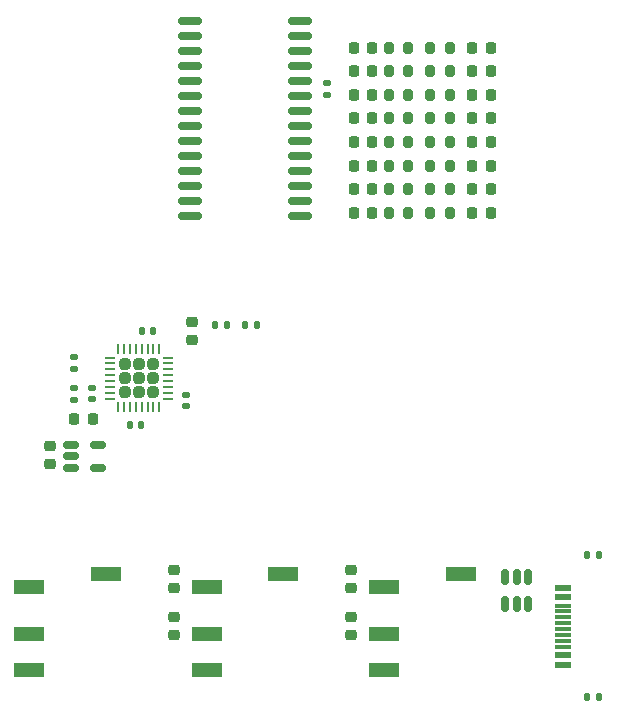
<source format=gbr>
%TF.GenerationSoftware,KiCad,Pcbnew,7.0.5-7.0.5~ubuntu22.04.1*%
%TF.CreationDate,2023-07-17T10:47:06+02:00*%
%TF.ProjectId,audio_iface,61756469-6f5f-4696-9661-63652e6b6963,rev?*%
%TF.SameCoordinates,Original*%
%TF.FileFunction,Paste,Top*%
%TF.FilePolarity,Positive*%
%FSLAX46Y46*%
G04 Gerber Fmt 4.6, Leading zero omitted, Abs format (unit mm)*
G04 Created by KiCad (PCBNEW 7.0.5-7.0.5~ubuntu22.04.1) date 2023-07-17 10:47:06*
%MOMM*%
%LPD*%
G01*
G04 APERTURE LIST*
G04 Aperture macros list*
%AMRoundRect*
0 Rectangle with rounded corners*
0 $1 Rounding radius*
0 $2 $3 $4 $5 $6 $7 $8 $9 X,Y pos of 4 corners*
0 Add a 4 corners polygon primitive as box body*
4,1,4,$2,$3,$4,$5,$6,$7,$8,$9,$2,$3,0*
0 Add four circle primitives for the rounded corners*
1,1,$1+$1,$2,$3*
1,1,$1+$1,$4,$5*
1,1,$1+$1,$6,$7*
1,1,$1+$1,$8,$9*
0 Add four rect primitives between the rounded corners*
20,1,$1+$1,$2,$3,$4,$5,0*
20,1,$1+$1,$4,$5,$6,$7,0*
20,1,$1+$1,$6,$7,$8,$9,0*
20,1,$1+$1,$8,$9,$2,$3,0*%
G04 Aperture macros list end*
%ADD10RoundRect,0.150000X-0.512500X-0.150000X0.512500X-0.150000X0.512500X0.150000X-0.512500X0.150000X0*%
%ADD11RoundRect,0.225000X-0.250000X0.225000X-0.250000X-0.225000X0.250000X-0.225000X0.250000X0.225000X0*%
%ADD12RoundRect,0.225000X0.225000X0.250000X-0.225000X0.250000X-0.225000X-0.250000X0.225000X-0.250000X0*%
%ADD13RoundRect,0.218750X-0.218750X-0.256250X0.218750X-0.256250X0.218750X0.256250X-0.218750X0.256250X0*%
%ADD14R,2.500000X1.200000*%
%ADD15RoundRect,0.200000X0.200000X0.275000X-0.200000X0.275000X-0.200000X-0.275000X0.200000X-0.275000X0*%
%ADD16RoundRect,0.135000X0.135000X0.185000X-0.135000X0.185000X-0.135000X-0.185000X0.135000X-0.185000X0*%
%ADD17RoundRect,0.200000X-0.200000X-0.275000X0.200000X-0.275000X0.200000X0.275000X-0.200000X0.275000X0*%
%ADD18RoundRect,0.140000X-0.140000X-0.170000X0.140000X-0.170000X0.140000X0.170000X-0.140000X0.170000X0*%
%ADD19RoundRect,0.218750X0.218750X0.256250X-0.218750X0.256250X-0.218750X-0.256250X0.218750X-0.256250X0*%
%ADD20RoundRect,0.140000X0.170000X-0.140000X0.170000X0.140000X-0.170000X0.140000X-0.170000X-0.140000X0*%
%ADD21RoundRect,0.225000X0.250000X-0.225000X0.250000X0.225000X-0.250000X0.225000X-0.250000X-0.225000X0*%
%ADD22R,1.450000X0.600000*%
%ADD23R,1.450000X0.300000*%
%ADD24RoundRect,0.140000X-0.170000X0.140000X-0.170000X-0.140000X0.170000X-0.140000X0.170000X0.140000X0*%
%ADD25RoundRect,0.150000X-0.150000X0.512500X-0.150000X-0.512500X0.150000X-0.512500X0.150000X0.512500X0*%
%ADD26RoundRect,0.135000X0.185000X-0.135000X0.185000X0.135000X-0.185000X0.135000X-0.185000X-0.135000X0*%
%ADD27RoundRect,0.150000X0.875000X0.150000X-0.875000X0.150000X-0.875000X-0.150000X0.875000X-0.150000X0*%
%ADD28RoundRect,0.242500X0.242500X-0.242500X0.242500X0.242500X-0.242500X0.242500X-0.242500X-0.242500X0*%
%ADD29RoundRect,0.062500X0.062500X-0.337500X0.062500X0.337500X-0.062500X0.337500X-0.062500X-0.337500X0*%
%ADD30RoundRect,0.062500X0.337500X-0.062500X0.337500X0.062500X-0.337500X0.062500X-0.337500X-0.062500X0*%
%ADD31RoundRect,0.140000X0.140000X0.170000X-0.140000X0.170000X-0.140000X-0.170000X0.140000X-0.170000X0*%
%ADD32RoundRect,0.135000X-0.185000X0.135000X-0.185000X-0.135000X0.185000X-0.135000X0.185000X0.135000X0*%
G04 APERTURE END LIST*
D10*
%TO.C,U302*%
X37517500Y-87670000D03*
X37517500Y-89570000D03*
X35242500Y-89570000D03*
X35242500Y-88620000D03*
X35242500Y-87670000D03*
%TD*%
D11*
%TO.C,C309*%
X33517500Y-87715000D03*
X33517500Y-89265000D03*
%TD*%
D12*
%TO.C,C312*%
X35542500Y-85490000D03*
X37092500Y-85490000D03*
%TD*%
D13*
%TO.C,D508*%
X59212500Y-54000000D03*
X60787500Y-54000000D03*
%TD*%
D14*
%TO.C,J302*%
X46750000Y-103675000D03*
X46750000Y-106675000D03*
X53250000Y-98575000D03*
X46750000Y-99675000D03*
%TD*%
D15*
%TO.C,R515*%
X67325000Y-56000000D03*
X65675000Y-56000000D03*
%TD*%
D16*
%TO.C,R402*%
X80010000Y-109000000D03*
X78990000Y-109000000D03*
%TD*%
D11*
%TO.C,C310*%
X44000000Y-98225000D03*
X44000000Y-99775000D03*
%TD*%
D15*
%TO.C,R509*%
X67325000Y-68000000D03*
X65675000Y-68000000D03*
%TD*%
D13*
%TO.C,D503*%
X59212500Y-64000000D03*
X60787500Y-64000000D03*
%TD*%
D16*
%TO.C,R301*%
X48510000Y-77500000D03*
X47490000Y-77500000D03*
%TD*%
D17*
%TO.C,R503*%
X62175000Y-64000000D03*
X63825000Y-64000000D03*
%TD*%
%TO.C,R506*%
X62175000Y-58000000D03*
X63825000Y-58000000D03*
%TD*%
D15*
%TO.C,R511*%
X67325000Y-64000000D03*
X65675000Y-64000000D03*
%TD*%
D17*
%TO.C,R504*%
X62175000Y-62000000D03*
X63825000Y-62000000D03*
%TD*%
D18*
%TO.C,C306*%
X41240000Y-78000000D03*
X42200000Y-78000000D03*
%TD*%
D19*
%TO.C,D513*%
X70787500Y-60000000D03*
X69212500Y-60000000D03*
%TD*%
D20*
%TO.C,C501*%
X56900000Y-57980000D03*
X56900000Y-57020000D03*
%TD*%
D17*
%TO.C,R501*%
X62175000Y-68000000D03*
X63825000Y-68000000D03*
%TD*%
D19*
%TO.C,D514*%
X70787500Y-58000000D03*
X69212500Y-58000000D03*
%TD*%
D11*
%TO.C,C304*%
X45500000Y-77225000D03*
X45500000Y-78775000D03*
%TD*%
D21*
%TO.C,C301*%
X59000000Y-99775000D03*
X59000000Y-98225000D03*
%TD*%
D17*
%TO.C,R505*%
X62175000Y-60000000D03*
X63825000Y-60000000D03*
%TD*%
D19*
%TO.C,D512*%
X70787500Y-62000000D03*
X69212500Y-62000000D03*
%TD*%
%TO.C,D511*%
X70787500Y-64000000D03*
X69212500Y-64000000D03*
%TD*%
D17*
%TO.C,R508*%
X62175000Y-54000000D03*
X63825000Y-54000000D03*
%TD*%
D19*
%TO.C,D510*%
X70787500Y-66000000D03*
X69212500Y-66000000D03*
%TD*%
D17*
%TO.C,R502*%
X62175000Y-66000000D03*
X63825000Y-66000000D03*
%TD*%
D15*
%TO.C,R513*%
X67325000Y-60000000D03*
X65675000Y-60000000D03*
%TD*%
D19*
%TO.C,D515*%
X70787500Y-56000000D03*
X69212500Y-56000000D03*
%TD*%
D22*
%TO.C,J401*%
X76955000Y-106250000D03*
X76955000Y-105450000D03*
D23*
X76955000Y-104250000D03*
X76955000Y-103250000D03*
X76955000Y-102750000D03*
X76955000Y-101750000D03*
D22*
X76955000Y-100550000D03*
X76955000Y-99750000D03*
X76955000Y-99750000D03*
X76955000Y-100550000D03*
D23*
X76955000Y-101250000D03*
X76955000Y-102250000D03*
X76955000Y-103750000D03*
X76955000Y-104750000D03*
D22*
X76955000Y-105450000D03*
X76955000Y-106250000D03*
%TD*%
D15*
%TO.C,R514*%
X67325000Y-58000000D03*
X65675000Y-58000000D03*
%TD*%
D24*
%TO.C,C305*%
X45020000Y-83420000D03*
X45020000Y-84380000D03*
%TD*%
D13*
%TO.C,D501*%
X59212500Y-68000000D03*
X60787500Y-68000000D03*
%TD*%
D18*
%TO.C,C303*%
X50020000Y-77500000D03*
X50980000Y-77500000D03*
%TD*%
D25*
%TO.C,U401*%
X73950000Y-98862500D03*
X73000000Y-98862500D03*
X72050000Y-98862500D03*
X72050000Y-101137500D03*
X73000000Y-101137500D03*
X73950000Y-101137500D03*
%TD*%
D13*
%TO.C,D505*%
X59212500Y-60000000D03*
X60787500Y-60000000D03*
%TD*%
D14*
%TO.C,J301*%
X61750000Y-103675000D03*
X61750000Y-106675000D03*
X68250000Y-98575000D03*
X61750000Y-99675000D03*
%TD*%
D26*
%TO.C,R303*%
X35500000Y-83810000D03*
X35500000Y-82790000D03*
%TD*%
D27*
%TO.C,U501*%
X54650000Y-68255000D03*
X54650000Y-66985000D03*
X54650000Y-65715000D03*
X54650000Y-64445000D03*
X54650000Y-63175000D03*
X54650000Y-61905000D03*
X54650000Y-60635000D03*
X54650000Y-59365000D03*
X54650000Y-58095000D03*
X54650000Y-56825000D03*
X54650000Y-55555000D03*
X54650000Y-54285000D03*
X54650000Y-53015000D03*
X54650000Y-51745000D03*
X45350000Y-51745000D03*
X45350000Y-53015000D03*
X45350000Y-54285000D03*
X45350000Y-55555000D03*
X45350000Y-56825000D03*
X45350000Y-58095000D03*
X45350000Y-59365000D03*
X45350000Y-60635000D03*
X45350000Y-61905000D03*
X45350000Y-63175000D03*
X45350000Y-64445000D03*
X45350000Y-65715000D03*
X45350000Y-66985000D03*
X45350000Y-68255000D03*
%TD*%
D28*
%TO.C,U301*%
X39800000Y-83200000D03*
X41000000Y-83200000D03*
X42200000Y-83200000D03*
X39800000Y-82000000D03*
X41000000Y-82000000D03*
X42200000Y-82000000D03*
X39800000Y-80800000D03*
X41000000Y-80800000D03*
X42200000Y-80800000D03*
D29*
X39250000Y-84450000D03*
X39750000Y-84450000D03*
X40250000Y-84450000D03*
X40750000Y-84450000D03*
X41250000Y-84450000D03*
X41750000Y-84450000D03*
X42250000Y-84450000D03*
X42750000Y-84450000D03*
D30*
X43450000Y-83750000D03*
X43450000Y-83250000D03*
X43450000Y-82750000D03*
X43450000Y-82250000D03*
X43450000Y-81750000D03*
X43450000Y-81250000D03*
X43450000Y-80750000D03*
X43450000Y-80250000D03*
D29*
X42750000Y-79550000D03*
X42250000Y-79550000D03*
X41750000Y-79550000D03*
X41250000Y-79550000D03*
X40750000Y-79550000D03*
X40250000Y-79550000D03*
X39750000Y-79550000D03*
X39250000Y-79550000D03*
D30*
X38550000Y-80250000D03*
X38550000Y-80750000D03*
X38550000Y-81250000D03*
X38550000Y-81750000D03*
X38550000Y-82250000D03*
X38550000Y-82750000D03*
X38550000Y-83250000D03*
X38550000Y-83750000D03*
%TD*%
D15*
%TO.C,R510*%
X67325000Y-66000000D03*
X65675000Y-66000000D03*
%TD*%
D31*
%TO.C,C308*%
X41200000Y-86000000D03*
X40240000Y-86000000D03*
%TD*%
D17*
%TO.C,R507*%
X62175000Y-56000000D03*
X63825000Y-56000000D03*
%TD*%
D24*
%TO.C,C307*%
X37020000Y-82820000D03*
X37020000Y-83780000D03*
%TD*%
D13*
%TO.C,D502*%
X59212500Y-66000000D03*
X60787500Y-66000000D03*
%TD*%
%TO.C,D504*%
X59212500Y-62000000D03*
X60787500Y-62000000D03*
%TD*%
D32*
%TO.C,R302*%
X35500000Y-80190000D03*
X35500000Y-81210000D03*
%TD*%
D16*
%TO.C,R401*%
X80010000Y-97000000D03*
X78990000Y-97000000D03*
%TD*%
D14*
%TO.C,J303*%
X31750000Y-103675000D03*
X31750000Y-106675000D03*
X38250000Y-98575000D03*
X31750000Y-99675000D03*
%TD*%
D11*
%TO.C,C311*%
X44000000Y-102225000D03*
X44000000Y-103775000D03*
%TD*%
D15*
%TO.C,R512*%
X67325000Y-62000000D03*
X65675000Y-62000000D03*
%TD*%
D21*
%TO.C,C302*%
X59000000Y-103775000D03*
X59000000Y-102225000D03*
%TD*%
D13*
%TO.C,D507*%
X59212500Y-56000000D03*
X60787500Y-56000000D03*
%TD*%
D15*
%TO.C,R516*%
X67325000Y-54000000D03*
X65675000Y-54000000D03*
%TD*%
D13*
%TO.C,D506*%
X59212500Y-58000000D03*
X60787500Y-58000000D03*
%TD*%
D19*
%TO.C,D516*%
X70787500Y-54000000D03*
X69212500Y-54000000D03*
%TD*%
%TO.C,D509*%
X70787500Y-68000000D03*
X69212500Y-68000000D03*
%TD*%
M02*

</source>
